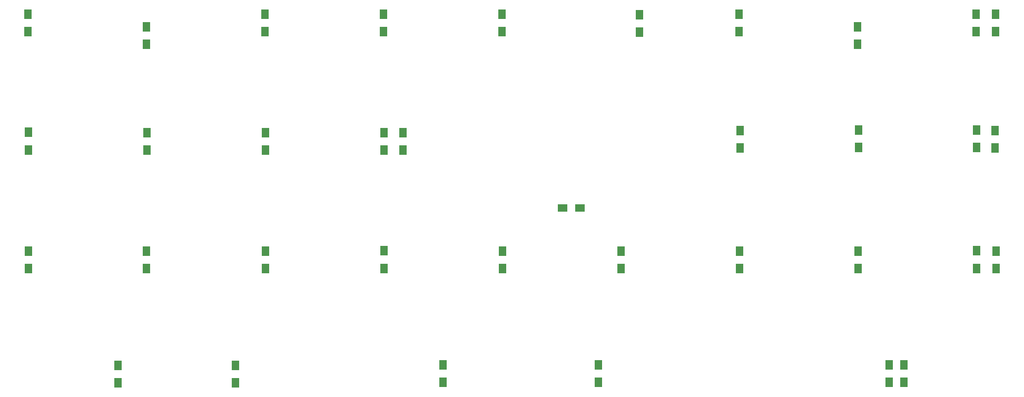
<source format=gbr>
G04 #@! TF.GenerationSoftware,KiCad,Pcbnew,(5.1.4-0-10_14)*
G04 #@! TF.CreationDate,2020-10-15T15:35:28-05:00*
G04 #@! TF.ProjectId,33,33332e6b-6963-4616-945f-706362585858,rev?*
G04 #@! TF.SameCoordinates,Original*
G04 #@! TF.FileFunction,Paste,Bot*
G04 #@! TF.FilePolarity,Positive*
%FSLAX46Y46*%
G04 Gerber Fmt 4.6, Leading zero omitted, Abs format (unit mm)*
G04 Created by KiCad (PCBNEW (5.1.4-0-10_14)) date 2020-10-15 15:35:28*
%MOMM*%
%LPD*%
G04 APERTURE LIST*
%ADD10R,1.200000X1.600000*%
%ADD11R,1.600000X1.200000*%
G04 APERTURE END LIST*
D10*
X215675000Y-114575000D03*
X215675000Y-111775000D03*
X213275000Y-114575000D03*
X213275000Y-111775000D03*
X166525000Y-114550000D03*
X166525000Y-111750000D03*
X141525000Y-114550000D03*
X141525000Y-111750000D03*
X108225000Y-114600000D03*
X108225000Y-111800000D03*
X89300000Y-114600000D03*
X89300000Y-111800000D03*
X230450000Y-96275000D03*
X230450000Y-93475000D03*
X227325000Y-96225000D03*
X227325000Y-93425000D03*
X208300000Y-96275000D03*
X208300000Y-93475000D03*
X189250000Y-96275000D03*
X189250000Y-93475000D03*
X170175000Y-96275000D03*
X170175000Y-93475000D03*
X151125000Y-96275000D03*
X151125000Y-93475000D03*
X132075000Y-96225000D03*
X132075000Y-93425000D03*
X113000000Y-96275000D03*
X113000000Y-93475000D03*
X93925000Y-96275000D03*
X93925000Y-93475000D03*
X74900000Y-96275000D03*
X74900000Y-93475000D03*
X230250000Y-76900000D03*
X230250000Y-74100000D03*
X227350000Y-76800000D03*
X227350000Y-74000000D03*
X208375000Y-76775000D03*
X208375000Y-73975000D03*
X189350000Y-76900000D03*
X189350000Y-74100000D03*
D11*
X163575000Y-86500000D03*
X160775000Y-86500000D03*
D10*
X135150000Y-77200000D03*
X135150000Y-74400000D03*
X132075000Y-77200000D03*
X132075000Y-74400000D03*
X113000000Y-77250000D03*
X113000000Y-74450000D03*
X93950000Y-77200000D03*
X93950000Y-74400000D03*
X74925000Y-77175000D03*
X74925000Y-74375000D03*
X230375000Y-58175000D03*
X230375000Y-55375000D03*
X227250000Y-58175000D03*
X227250000Y-55375000D03*
X208225000Y-60200000D03*
X208225000Y-57400000D03*
X189175000Y-58175000D03*
X189175000Y-55375000D03*
X173125000Y-58225000D03*
X173125000Y-55425000D03*
X151075000Y-58175000D03*
X151075000Y-55375000D03*
X132025000Y-58175000D03*
X132025000Y-55375000D03*
X112975000Y-58150000D03*
X112975000Y-55350000D03*
X93875000Y-60175000D03*
X93875000Y-57375000D03*
X74875000Y-58175000D03*
X74875000Y-55375000D03*
M02*

</source>
